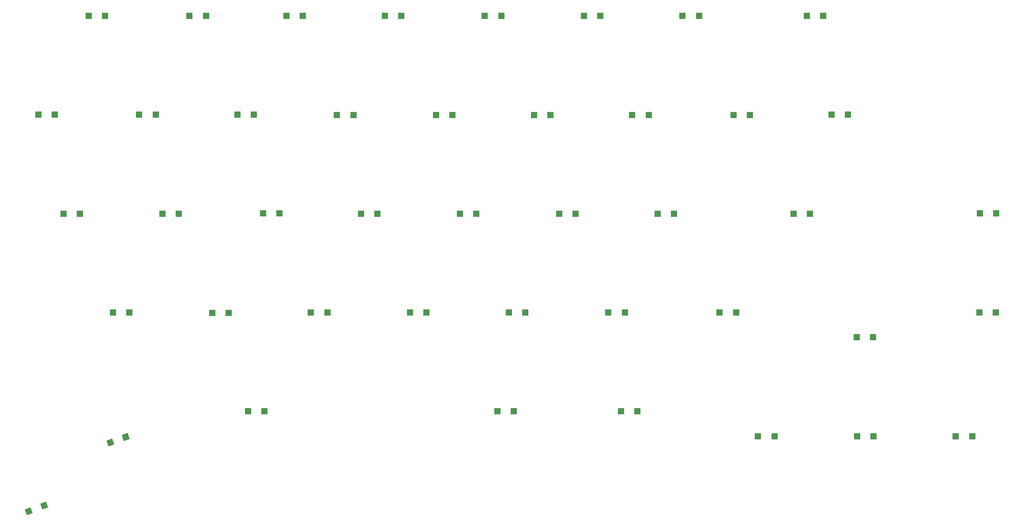
<source format=gbr>
G04 #@! TF.GenerationSoftware,KiCad,Pcbnew,(5.1.5)-3*
G04 #@! TF.CreationDate,2020-05-03T23:14:43-07:00*
G04 #@! TF.ProjectId,right,72696768-742e-46b6-9963-61645f706362,rev?*
G04 #@! TF.SameCoordinates,Original*
G04 #@! TF.FileFunction,Paste,Top*
G04 #@! TF.FilePolarity,Positive*
%FSLAX46Y46*%
G04 Gerber Fmt 4.6, Leading zero omitted, Abs format (unit mm)*
G04 Created by KiCad (PCBNEW (5.1.5)-3) date 2020-05-03 23:14:43*
%MOMM*%
%LPD*%
G04 APERTURE LIST*
%ADD10R,1.200000X1.200000*%
%ADD11C,0.100000*%
G04 APERTURE END LIST*
D10*
X43645000Y-24940000D03*
X46795000Y-24940000D03*
X62995000Y-24930000D03*
X66145000Y-24930000D03*
X84730000Y-24930000D03*
X81580000Y-24930000D03*
X37155000Y-43910000D03*
X34005000Y-43910000D03*
X38805000Y-62930000D03*
X41955000Y-62930000D03*
X51455000Y-81940000D03*
X48305000Y-81940000D03*
D11*
G36*
X34741413Y-119770346D02*
G01*
X34330988Y-118642715D01*
X35458619Y-118232290D01*
X35869044Y-119359921D01*
X34741413Y-119770346D01*
G37*
G36*
X31781381Y-120847710D02*
G01*
X31370956Y-119720079D01*
X32498587Y-119309654D01*
X32909012Y-120437285D01*
X31781381Y-120847710D01*
G37*
D10*
X56495000Y-43910000D03*
X53345000Y-43910000D03*
X60925000Y-62930000D03*
X57775000Y-62930000D03*
X67345000Y-81960000D03*
X70495000Y-81960000D03*
D11*
G36*
X50391413Y-106600346D02*
G01*
X49980988Y-105472715D01*
X51108619Y-105062290D01*
X51519044Y-106189921D01*
X50391413Y-106600346D01*
G37*
G36*
X47431381Y-107677710D02*
G01*
X47020956Y-106550079D01*
X48148587Y-106139654D01*
X48559012Y-107267285D01*
X47431381Y-107677710D01*
G37*
D10*
X75345000Y-43890000D03*
X72195000Y-43890000D03*
X77125000Y-62900000D03*
X80275000Y-62900000D03*
X89425000Y-81930000D03*
X86275000Y-81930000D03*
X74210000Y-100900000D03*
X77360000Y-100900000D03*
X100485000Y-24960000D03*
X103635000Y-24960000D03*
X91275000Y-43940000D03*
X94425000Y-43940000D03*
X99045000Y-62940000D03*
X95895000Y-62940000D03*
X105305000Y-81880000D03*
X108455000Y-81880000D03*
X125175000Y-100910000D03*
X122025000Y-100910000D03*
X122785000Y-24950000D03*
X119635000Y-24950000D03*
X110285000Y-43940000D03*
X113435000Y-43940000D03*
X114855000Y-62910000D03*
X118005000Y-62910000D03*
X127415000Y-81930000D03*
X124265000Y-81930000D03*
X145735000Y-100900000D03*
X148885000Y-100900000D03*
X138665000Y-24930000D03*
X141815000Y-24930000D03*
X129065000Y-43950000D03*
X132215000Y-43950000D03*
X137055000Y-62910000D03*
X133905000Y-62910000D03*
X143345000Y-81910000D03*
X146495000Y-81910000D03*
X175205000Y-105690000D03*
X172055000Y-105690000D03*
X160725000Y-24900000D03*
X157575000Y-24900000D03*
X151075000Y-43970000D03*
X147925000Y-43970000D03*
X152785000Y-62920000D03*
X155935000Y-62920000D03*
X167835000Y-81930000D03*
X164685000Y-81930000D03*
X194205000Y-105710000D03*
X191055000Y-105710000D03*
X181425000Y-24930000D03*
X184575000Y-24930000D03*
X170505000Y-43940000D03*
X167355000Y-43940000D03*
X178885000Y-62930000D03*
X182035000Y-62930000D03*
X194145000Y-86680000D03*
X190995000Y-86680000D03*
X209985000Y-105670000D03*
X213135000Y-105670000D03*
X186155000Y-43930000D03*
X189305000Y-43930000D03*
X214625000Y-62890000D03*
X217775000Y-62890000D03*
X217655000Y-81910000D03*
X214505000Y-81910000D03*
M02*

</source>
